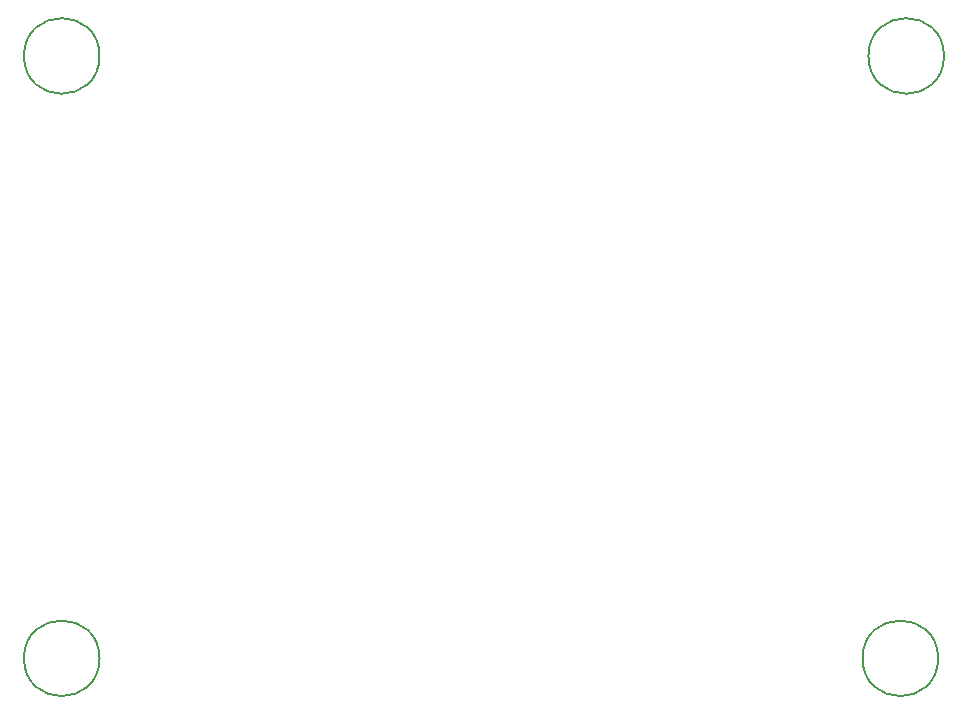
<source format=gbr>
%TF.GenerationSoftware,KiCad,Pcbnew,7.0.7*%
%TF.CreationDate,2023-12-19T09:30:13+01:00*%
%TF.ProjectId,OS-servoDriver_relay,4f532d73-6572-4766-9f44-72697665725f,rev?*%
%TF.SameCoordinates,Original*%
%TF.FileFunction,Other,Comment*%
%FSLAX46Y46*%
G04 Gerber Fmt 4.6, Leading zero omitted, Abs format (unit mm)*
G04 Created by KiCad (PCBNEW 7.0.7) date 2023-12-19 09:30:13*
%MOMM*%
%LPD*%
G01*
G04 APERTURE LIST*
%ADD10C,0.150000*%
G04 APERTURE END LIST*
D10*
%TO.C,REF\u002A\u002A*%
X249200000Y-106000000D02*
G75*
G03*
X249200000Y-106000000I-3200000J0D01*
G01*
X177700000Y-157000000D02*
G75*
G03*
X177700000Y-157000000I-3200000J0D01*
G01*
X248700000Y-157000000D02*
G75*
G03*
X248700000Y-157000000I-3200000J0D01*
G01*
X177700000Y-106000000D02*
G75*
G03*
X177700000Y-106000000I-3200000J0D01*
G01*
%TD*%
M02*

</source>
